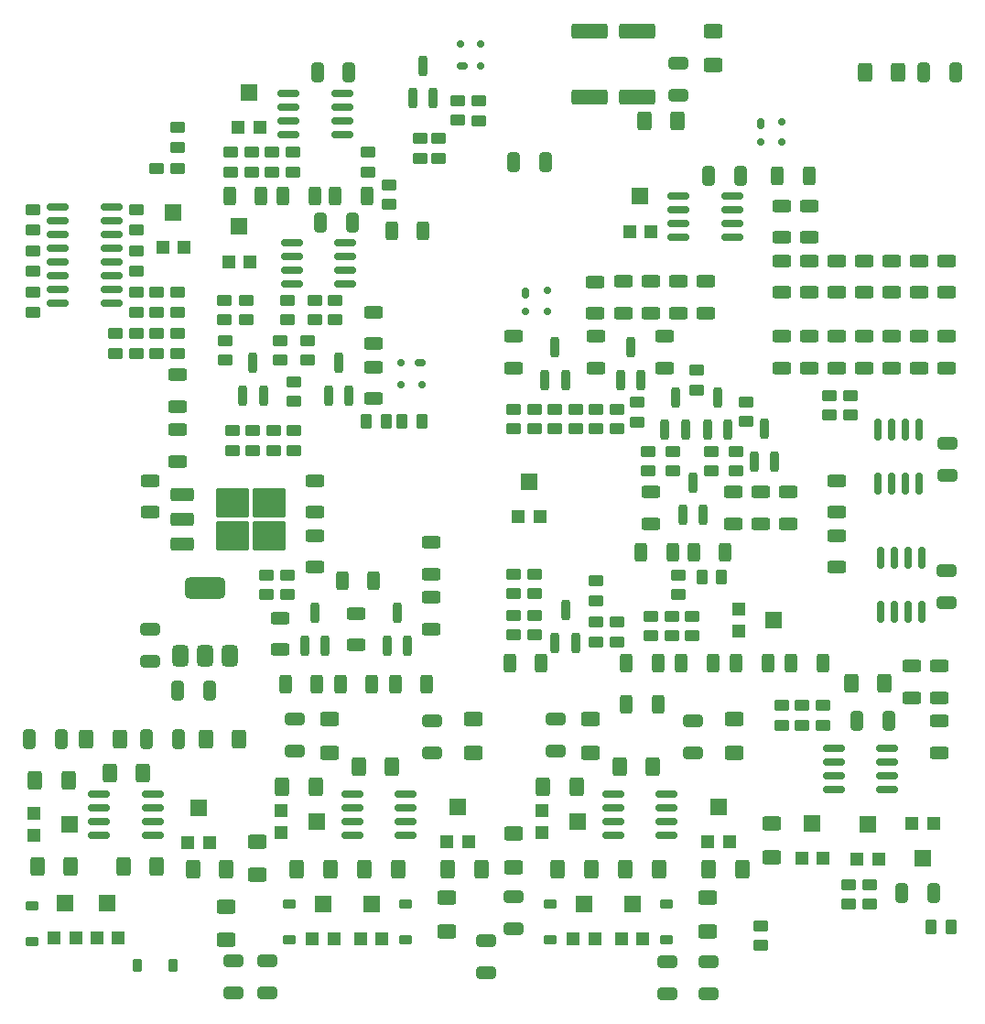
<source format=gtp>
G04 #@! TF.GenerationSoftware,KiCad,Pcbnew,9.0.1*
G04 #@! TF.CreationDate,2025-09-16T21:45:55+03:00*
G04 #@! TF.ProjectId,v1,76312e6b-6963-4616-945f-706362585858,rev?*
G04 #@! TF.SameCoordinates,Original*
G04 #@! TF.FileFunction,Paste,Top*
G04 #@! TF.FilePolarity,Positive*
%FSLAX46Y46*%
G04 Gerber Fmt 4.6, Leading zero omitted, Abs format (unit mm)*
G04 Created by KiCad (PCBNEW 9.0.1) date 2025-09-16 21:45:55*
%MOMM*%
%LPD*%
G01*
G04 APERTURE LIST*
G04 Aperture macros list*
%AMRoundRect*
0 Rectangle with rounded corners*
0 $1 Rounding radius*
0 $2 $3 $4 $5 $6 $7 $8 $9 X,Y pos of 4 corners*
0 Add a 4 corners polygon primitive as box body*
4,1,4,$2,$3,$4,$5,$6,$7,$8,$9,$2,$3,0*
0 Add four circle primitives for the rounded corners*
1,1,$1+$1,$2,$3*
1,1,$1+$1,$4,$5*
1,1,$1+$1,$6,$7*
1,1,$1+$1,$8,$9*
0 Add four rect primitives between the rounded corners*
20,1,$1+$1,$2,$3,$4,$5,0*
20,1,$1+$1,$4,$5,$6,$7,0*
20,1,$1+$1,$6,$7,$8,$9,0*
20,1,$1+$1,$8,$9,$2,$3,0*%
G04 Aperture macros list end*
%ADD10R,1.200000X1.200000*%
%ADD11R,1.600000X1.500000*%
%ADD12R,1.500000X1.600000*%
%ADD13RoundRect,0.250000X0.625000X-0.312500X0.625000X0.312500X-0.625000X0.312500X-0.625000X-0.312500X0*%
%ADD14RoundRect,0.250000X0.262500X0.450000X-0.262500X0.450000X-0.262500X-0.450000X0.262500X-0.450000X0*%
%ADD15RoundRect,0.250000X0.450000X-0.262500X0.450000X0.262500X-0.450000X0.262500X-0.450000X-0.262500X0*%
%ADD16RoundRect,0.250000X0.312500X0.625000X-0.312500X0.625000X-0.312500X-0.625000X0.312500X-0.625000X0*%
%ADD17RoundRect,0.250000X0.625000X-0.400000X0.625000X0.400000X-0.625000X0.400000X-0.625000X-0.400000X0*%
%ADD18RoundRect,0.150000X-0.200000X-0.150000X0.200000X-0.150000X0.200000X0.150000X-0.200000X0.150000X0*%
%ADD19RoundRect,0.175000X-0.175000X-0.325000X0.175000X-0.325000X0.175000X0.325000X-0.175000X0.325000X0*%
%ADD20RoundRect,0.200000X0.200000X-0.750000X0.200000X0.750000X-0.200000X0.750000X-0.200000X-0.750000X0*%
%ADD21RoundRect,0.150000X-0.150000X0.825000X-0.150000X-0.825000X0.150000X-0.825000X0.150000X0.825000X0*%
%ADD22RoundRect,0.150000X-0.825000X-0.150000X0.825000X-0.150000X0.825000X0.150000X-0.825000X0.150000X0*%
%ADD23RoundRect,0.250000X-0.400000X-0.625000X0.400000X-0.625000X0.400000X0.625000X-0.400000X0.625000X0*%
%ADD24RoundRect,0.250000X0.325000X0.650000X-0.325000X0.650000X-0.325000X-0.650000X0.325000X-0.650000X0*%
%ADD25RoundRect,0.250000X-0.650000X0.325000X-0.650000X-0.325000X0.650000X-0.325000X0.650000X0.325000X0*%
%ADD26RoundRect,0.250000X0.400000X0.625000X-0.400000X0.625000X-0.400000X-0.625000X0.400000X-0.625000X0*%
%ADD27RoundRect,0.249999X1.425001X-0.450001X1.425001X0.450001X-1.425001X0.450001X-1.425001X-0.450001X0*%
%ADD28RoundRect,0.225000X-0.375000X0.225000X-0.375000X-0.225000X0.375000X-0.225000X0.375000X0.225000X0*%
%ADD29RoundRect,0.250000X-0.312500X-0.625000X0.312500X-0.625000X0.312500X0.625000X-0.312500X0.625000X0*%
%ADD30RoundRect,0.375000X0.375000X-0.625000X0.375000X0.625000X-0.375000X0.625000X-0.375000X-0.625000X0*%
%ADD31RoundRect,0.500000X1.400000X-0.500000X1.400000X0.500000X-1.400000X0.500000X-1.400000X-0.500000X0*%
%ADD32RoundRect,0.225000X0.225000X0.375000X-0.225000X0.375000X-0.225000X-0.375000X0.225000X-0.375000X0*%
%ADD33RoundRect,0.250000X-0.625000X0.312500X-0.625000X-0.312500X0.625000X-0.312500X0.625000X0.312500X0*%
%ADD34RoundRect,0.175000X-0.325000X0.175000X-0.325000X-0.175000X0.325000X-0.175000X0.325000X0.175000X0*%
%ADD35RoundRect,0.150000X-0.150000X0.200000X-0.150000X-0.200000X0.150000X-0.200000X0.150000X0.200000X0*%
%ADD36RoundRect,0.250000X-1.275000X-1.125000X1.275000X-1.125000X1.275000X1.125000X-1.275000X1.125000X0*%
%ADD37RoundRect,0.250000X-0.850000X-0.350000X0.850000X-0.350000X0.850000X0.350000X-0.850000X0.350000X0*%
%ADD38RoundRect,0.250000X-0.625000X0.400000X-0.625000X-0.400000X0.625000X-0.400000X0.625000X0.400000X0*%
%ADD39RoundRect,0.175000X0.325000X-0.175000X0.325000X0.175000X-0.325000X0.175000X-0.325000X-0.175000X0*%
%ADD40RoundRect,0.150000X0.150000X-0.200000X0.150000X0.200000X-0.150000X0.200000X-0.150000X-0.200000X0*%
%ADD41RoundRect,0.250000X-0.325000X-0.650000X0.325000X-0.650000X0.325000X0.650000X-0.325000X0.650000X0*%
%ADD42RoundRect,0.250000X0.650000X-0.325000X0.650000X0.325000X-0.650000X0.325000X-0.650000X-0.325000X0*%
G04 APERTURE END LIST*
D10*
X144653000Y-95046800D03*
D11*
X143653000Y-91796800D03*
D10*
X142653000Y-95046800D03*
X109744000Y-70127600D03*
D11*
X110744000Y-66877600D03*
D10*
X111744000Y-70127600D03*
X162993600Y-103597200D03*
D12*
X166243600Y-104597200D03*
D10*
X162993600Y-105597200D03*
D13*
X129230381Y-79019098D03*
X129230381Y-76094098D03*
X129230381Y-84099098D03*
X129230381Y-81174098D03*
D14*
X133731000Y-86233000D03*
X131906000Y-86233000D03*
D15*
X128778000Y-63166000D03*
X128778000Y-61341000D03*
D16*
X128651000Y-65405000D03*
X125726000Y-65405000D03*
X123825000Y-65405000D03*
X120900000Y-65405000D03*
X118872000Y-65405000D03*
X115947000Y-65405000D03*
D15*
X133604000Y-61872500D03*
X133604000Y-60047500D03*
D14*
X182673000Y-132917144D03*
X180848000Y-132917144D03*
D15*
X165100000Y-134667000D03*
X165100000Y-132842000D03*
X175133000Y-130857000D03*
X175133000Y-129032000D03*
X173228000Y-130857000D03*
X173228000Y-129032000D03*
D17*
X118491000Y-128143000D03*
X118491000Y-125043000D03*
X166116000Y-126492000D03*
X166116000Y-123392000D03*
X142240000Y-127431800D03*
X142240000Y-124331800D03*
D13*
X149783800Y-76250800D03*
X149783800Y-73325800D03*
D18*
X145322800Y-74118300D03*
X145322800Y-76018300D03*
X143322800Y-76018300D03*
D19*
X143322800Y-74318300D03*
D15*
X163703000Y-86233000D03*
X163703000Y-84408000D03*
X159131000Y-83312000D03*
X159131000Y-81487000D03*
X162814000Y-90805000D03*
X162814000Y-88980000D03*
X160528000Y-90805000D03*
X160528000Y-88980000D03*
X156972000Y-90805000D03*
X156972000Y-88980000D03*
X154686000Y-90805000D03*
X154686000Y-88980000D03*
D20*
X161072300Y-83996400D03*
X162022300Y-86996400D03*
X160122300Y-86996400D03*
X164470000Y-89892000D03*
X166370000Y-89892000D03*
X165420000Y-86892000D03*
X157866000Y-94869000D03*
X159766000Y-94869000D03*
X158816000Y-91869000D03*
X156210000Y-86969600D03*
X158110000Y-86969600D03*
X157160000Y-83969600D03*
D21*
X179705000Y-91945000D03*
X178435000Y-91945000D03*
X177165000Y-91945000D03*
X175895000Y-91945000D03*
X175895000Y-86995000D03*
X177165000Y-86995000D03*
X178435000Y-86995000D03*
X179705000Y-86995000D03*
D13*
X111125000Y-84840000D03*
X111125000Y-81915000D03*
X111125000Y-89920000D03*
X111125000Y-86995000D03*
D22*
X126648000Y-69732001D03*
X126648000Y-71002001D03*
X126648000Y-72272001D03*
X126648000Y-73542001D03*
X121698000Y-73542001D03*
X121698000Y-72272001D03*
X121698000Y-71002001D03*
X121698000Y-69732001D03*
D23*
X154305000Y-58420000D03*
X157405000Y-58420000D03*
D15*
X170815000Y-112475000D03*
D13*
X181610000Y-116840000D03*
X181610000Y-113915000D03*
D15*
X118110000Y-88900000D03*
X118110000Y-87075000D03*
D10*
X120725000Y-122190000D03*
D12*
X123975000Y-123190000D03*
D10*
X120725000Y-124190000D03*
D13*
X169545000Y-69215000D03*
X169545000Y-66290000D03*
X179705000Y-74295000D03*
X179705000Y-71370000D03*
D20*
X145100000Y-82375000D03*
X147000000Y-82375000D03*
X146050000Y-79375000D03*
D22*
X121415000Y-55880000D03*
X121415000Y-57150000D03*
X121415000Y-58420000D03*
X121415000Y-59690000D03*
X126365000Y-59690000D03*
X126365000Y-58420000D03*
X126365000Y-57150000D03*
X126365000Y-55880000D03*
D10*
X115840000Y-71449000D03*
D11*
X116840000Y-68199000D03*
D10*
X117840000Y-71449000D03*
D15*
X156845000Y-106045000D03*
X168910000Y-112475000D03*
X120015000Y-88900000D03*
X120015000Y-87075000D03*
X111125000Y-79930000D03*
X111125000Y-78105000D03*
X144145000Y-105965000D03*
X144145000Y-104140000D03*
D13*
X123825000Y-94615000D03*
X123825000Y-91690000D03*
D10*
X136040000Y-125095000D03*
D11*
X137040000Y-121845000D03*
D10*
X138040000Y-125095000D03*
D13*
X182245000Y-74295000D03*
X182245000Y-71370000D03*
D15*
X130683000Y-66167000D03*
X130683000Y-64342000D03*
D13*
X172085000Y-81280000D03*
X172085000Y-78355000D03*
X142240000Y-81280000D03*
X142240000Y-78355000D03*
D10*
X103648000Y-133985000D03*
D11*
X104648000Y-130735000D03*
D10*
X105648000Y-133985000D03*
D22*
X157480000Y-65405000D03*
X157480000Y-66675000D03*
X157480000Y-67945000D03*
X157480000Y-69215000D03*
X162430000Y-69215000D03*
X162430000Y-67945000D03*
X162430000Y-66675000D03*
X162430000Y-65405000D03*
X151410000Y-120650000D03*
X151410000Y-121920000D03*
X151410000Y-123190000D03*
X151410000Y-124460000D03*
X156360000Y-124460000D03*
X156360000Y-123190000D03*
X156360000Y-121920000D03*
X156360000Y-120650000D03*
D24*
X181047004Y-129800144D03*
X178097004Y-129800144D03*
D15*
X107315000Y-68500000D03*
X107315000Y-66675000D03*
D25*
X156394438Y-136139007D03*
X156394438Y-139089007D03*
D13*
X169545000Y-74295000D03*
X169545000Y-71370000D03*
D26*
X149375000Y-127635000D03*
X146275000Y-127635000D03*
D15*
X170815000Y-114300000D03*
D13*
X134620000Y-100330000D03*
X134620000Y-97405000D03*
D27*
X149225000Y-56265000D03*
X149225000Y-50165000D03*
D23*
X144930000Y-120015000D03*
X148030000Y-120015000D03*
D15*
X125730000Y-76835000D03*
X125730000Y-75010000D03*
D13*
X179705000Y-81280000D03*
X179705000Y-78355000D03*
D15*
X121920000Y-88900000D03*
X121920000Y-87075000D03*
D13*
X182245000Y-81280000D03*
X182245000Y-78355000D03*
D14*
X159617400Y-100584000D03*
D26*
X130960000Y-118110000D03*
X127860000Y-118110000D03*
D10*
X128055000Y-134060000D03*
D11*
X129055000Y-130810000D03*
D10*
X130055000Y-134060000D03*
D26*
X105765000Y-115570000D03*
X102665000Y-115570000D03*
D13*
X172085000Y-74295000D03*
X172085000Y-71370000D03*
D20*
X125095000Y-83820000D03*
X126995000Y-83820000D03*
X126045000Y-80820000D03*
D13*
X169545000Y-81280000D03*
X169545000Y-78355000D03*
D15*
X107315000Y-79930000D03*
X107315000Y-78105000D03*
D17*
X162635000Y-116840000D03*
X162635000Y-113740000D03*
D13*
X177165000Y-81280000D03*
X177165000Y-78355000D03*
D23*
X128420000Y-127635000D03*
X131520000Y-127635000D03*
D15*
X123190000Y-80565000D03*
X123190000Y-78740000D03*
D25*
X139700000Y-134210000D03*
X139700000Y-137160000D03*
D15*
X120650000Y-80565000D03*
X120650000Y-78740000D03*
X142240000Y-102155000D03*
X142240000Y-100330000D03*
X117475000Y-76835000D03*
X117475000Y-75010000D03*
X109220000Y-62865000D03*
D24*
X127283000Y-67827001D03*
X124333000Y-67827001D03*
D10*
X144855000Y-122190000D03*
D12*
X148105000Y-123190000D03*
D10*
X144855000Y-124190000D03*
D16*
X155575000Y-112395000D03*
X152650000Y-112395000D03*
D15*
X116205000Y-88900000D03*
X116205000Y-87075000D03*
D24*
X111200000Y-115570000D03*
X108250000Y-115570000D03*
D15*
X111125000Y-62865000D03*
D28*
X121435000Y-130810000D03*
X121435000Y-134110000D03*
D15*
X121285000Y-76835000D03*
X121285000Y-75010000D03*
D29*
X126365000Y-100965000D03*
X129290000Y-100965000D03*
D10*
X152185000Y-134060000D03*
D11*
X153185000Y-130810000D03*
D10*
X154185000Y-134060000D03*
D13*
X172085000Y-94615000D03*
X172085000Y-91690000D03*
X134620000Y-105410000D03*
X134620000Y-102485000D03*
D24*
X176940000Y-113925144D03*
X173990000Y-113925144D03*
D13*
X181610000Y-111760000D03*
X181610000Y-108835000D03*
D15*
X123825000Y-76835000D03*
X123825000Y-75010000D03*
X168910000Y-114300000D03*
X97790000Y-76120000D03*
X97790000Y-74295000D03*
D30*
X111365000Y-107900000D03*
X113665000Y-107900000D03*
D31*
X113665000Y-101600000D03*
D30*
X115965000Y-107900000D03*
D13*
X167005000Y-74295000D03*
X167005000Y-71370000D03*
D15*
X111125000Y-59055000D03*
D32*
X110690000Y-136525000D03*
X107390000Y-136525000D03*
D15*
X116078000Y-63166000D03*
X116078000Y-61341000D03*
D27*
X153670000Y-56265000D03*
X153670000Y-50165000D03*
D13*
X167005000Y-69215000D03*
X167005000Y-66290000D03*
D15*
X121285000Y-102235000D03*
X121285000Y-100410000D03*
D22*
X100079000Y-66421000D03*
X100079000Y-67691000D03*
X100079000Y-68961000D03*
X100079000Y-70231000D03*
X100079000Y-71501000D03*
X100079000Y-72771000D03*
X100079000Y-74041000D03*
X100079000Y-75311000D03*
X105029000Y-75311000D03*
X105029000Y-74041000D03*
X105029000Y-72771000D03*
X105029000Y-71501000D03*
X105029000Y-70231000D03*
X105029000Y-68961000D03*
X105029000Y-67691000D03*
X105029000Y-66421000D03*
D16*
X155575000Y-108585000D03*
X152650000Y-108585000D03*
D13*
X152400000Y-76200000D03*
X152400000Y-73275000D03*
X120650000Y-107315000D03*
X120650000Y-104390000D03*
D10*
X181077004Y-123375144D03*
D11*
X180077004Y-126625144D03*
D10*
X179077004Y-123375144D03*
D19*
X165036500Y-58688500D03*
D18*
X165036500Y-60388500D03*
X167036500Y-60388500D03*
X167036500Y-58488500D03*
D17*
X138505000Y-116840000D03*
X138505000Y-113740000D03*
D25*
X158825000Y-113890000D03*
X158825000Y-116840000D03*
D23*
X173430000Y-110439200D03*
X176530000Y-110439200D03*
X160245000Y-127635000D03*
X163345000Y-127635000D03*
D10*
X168842004Y-126625144D03*
D11*
X169842004Y-123375144D03*
D10*
X170842004Y-126625144D03*
D15*
X117983000Y-63166000D03*
X117983000Y-61341000D03*
X167005000Y-114300000D03*
D16*
X129097500Y-110490000D03*
X126172500Y-110490000D03*
D23*
X106120000Y-127381000D03*
X109220000Y-127381000D03*
D22*
X171822004Y-116465144D03*
X171822004Y-117735144D03*
X171822004Y-119005144D03*
X171822004Y-120275144D03*
X176772004Y-120275144D03*
X176772004Y-119005144D03*
X176772004Y-117735144D03*
X176772004Y-116465144D03*
D15*
X119380000Y-102235000D03*
X119380000Y-100410000D03*
X115443000Y-76835000D03*
X115443000Y-75010000D03*
X157480000Y-100410000D03*
X154940000Y-104220000D03*
D23*
X152550000Y-127635000D03*
X155650000Y-127635000D03*
D20*
X130495000Y-106910000D03*
X132395000Y-106910000D03*
X131445000Y-103910000D03*
D15*
X138988800Y-58420000D03*
X138988800Y-56595000D03*
X158750000Y-104220000D03*
D26*
X155090000Y-118110000D03*
X151990000Y-118110000D03*
D13*
X172085000Y-99695000D03*
X172085000Y-96770000D03*
D15*
X149860000Y-106600000D03*
X149860000Y-104775000D03*
X107315000Y-72310000D03*
X107315000Y-70485000D03*
D28*
X156360000Y-130810000D03*
X156360000Y-134110000D03*
D15*
X107315000Y-76120000D03*
X107315000Y-74295000D03*
X97790000Y-72310000D03*
X97790000Y-70485000D03*
X144145000Y-102155000D03*
X144145000Y-100330000D03*
D25*
X116280000Y-136060000D03*
X116280000Y-139010000D03*
D33*
X127635000Y-103947500D03*
X127635000Y-106872500D03*
D15*
X135255000Y-61872500D03*
X135255000Y-60047500D03*
D13*
X154940000Y-76200000D03*
X154940000Y-73275000D03*
X162504381Y-95656098D03*
X162504381Y-92731098D03*
X149860000Y-81280000D03*
X149860000Y-78355000D03*
D15*
X173355000Y-85645000D03*
X173355000Y-83820000D03*
D10*
X173997004Y-126700144D03*
D11*
X174997004Y-123450144D03*
D10*
X175997004Y-126700144D03*
D15*
X111125000Y-76120000D03*
X111125000Y-74295000D03*
D16*
X169545000Y-63500000D03*
X166620000Y-63500000D03*
D15*
X153670000Y-86280000D03*
X153670000Y-84455000D03*
D28*
X97663000Y-130987800D03*
X97663000Y-134287800D03*
D10*
X147740000Y-134060000D03*
D11*
X148740000Y-130810000D03*
D10*
X149740000Y-134060000D03*
D15*
X115570000Y-80565000D03*
X115570000Y-78740000D03*
D23*
X97940000Y-119380000D03*
X101040000Y-119380000D03*
D17*
X115645000Y-134155000D03*
X115645000Y-131055000D03*
D20*
X122875000Y-106910000D03*
X124775000Y-106910000D03*
X123825000Y-103910000D03*
D24*
X114075000Y-111125000D03*
X111125000Y-111125000D03*
D10*
X99711000Y-133985000D03*
D11*
X100711000Y-130735000D03*
D10*
X101711000Y-133985000D03*
D26*
X116840000Y-115570000D03*
X113740000Y-115570000D03*
D16*
X134177500Y-110490000D03*
X131252500Y-110490000D03*
D28*
X132230000Y-130810000D03*
X132230000Y-134110000D03*
D22*
X127280000Y-120650000D03*
X127280000Y-121920000D03*
X127280000Y-123190000D03*
X127280000Y-124460000D03*
X132230000Y-124460000D03*
X132230000Y-123190000D03*
X132230000Y-121920000D03*
X132230000Y-120650000D03*
D26*
X107950000Y-118745000D03*
X104850000Y-118745000D03*
D20*
X132893500Y-56338600D03*
X134793500Y-56338600D03*
X133843500Y-53338600D03*
D10*
X152922500Y-68655000D03*
D11*
X153922500Y-65405000D03*
D10*
X154922500Y-68655000D03*
D25*
X108585000Y-105410000D03*
X108585000Y-108360000D03*
D15*
X154940000Y-106045000D03*
X149860000Y-86915000D03*
X149860000Y-85090000D03*
D16*
X133832600Y-68580000D03*
X130907600Y-68580000D03*
D21*
X179936822Y-98855000D03*
X178666822Y-98855000D03*
X177396822Y-98855000D03*
X176126822Y-98855000D03*
X176126822Y-103805000D03*
X177396822Y-103805000D03*
X178666822Y-103805000D03*
X179936822Y-103805000D03*
D34*
X133531000Y-80804000D03*
D35*
X131831000Y-80804000D03*
X131831000Y-82804000D03*
X133731000Y-82804000D03*
D25*
X146125000Y-113740000D03*
X146125000Y-116690000D03*
D28*
X145565000Y-130810000D03*
X145565000Y-134110000D03*
D26*
X125245000Y-127635000D03*
X122145000Y-127635000D03*
D15*
X142240000Y-86915000D03*
X142240000Y-85090000D03*
D25*
X119455000Y-136060000D03*
X119455000Y-139010000D03*
D17*
X136040000Y-133350000D03*
X136040000Y-130250000D03*
D15*
X119888000Y-63166000D03*
X119888000Y-61341000D03*
D13*
X154884381Y-95656098D03*
X154884381Y-92731098D03*
D15*
X137007600Y-58394600D03*
X137007600Y-56569600D03*
X146050000Y-86915000D03*
X146050000Y-85090000D03*
X97790000Y-68500000D03*
X97790000Y-66675000D03*
D25*
X160204438Y-136139007D03*
X160204438Y-139089007D03*
D10*
X160170000Y-125095000D03*
D11*
X161170000Y-121845000D03*
D10*
X162170000Y-125095000D03*
D15*
X109220000Y-76120000D03*
X109220000Y-74295000D03*
D22*
X103880000Y-120650000D03*
X103880000Y-121920000D03*
X103880000Y-123190000D03*
X103880000Y-124460000D03*
X108830000Y-124460000D03*
X108830000Y-123190000D03*
X108830000Y-121920000D03*
X108830000Y-120650000D03*
D10*
X112105000Y-125170000D03*
D11*
X113105000Y-121920000D03*
D10*
X114105000Y-125170000D03*
D16*
X144780000Y-108585000D03*
X141855000Y-108585000D03*
D15*
X147955000Y-86915000D03*
X147955000Y-85090000D03*
D14*
X130399800Y-86233000D03*
X128574800Y-86233000D03*
D15*
X151765000Y-106600000D03*
X151765000Y-104775000D03*
X151765000Y-86915000D03*
X151765000Y-85090000D03*
D20*
X146055000Y-106680000D03*
X147955000Y-106680000D03*
X147005000Y-103680000D03*
D23*
X112545000Y-127635000D03*
X115645000Y-127635000D03*
D15*
X105410000Y-79930000D03*
X105410000Y-78105000D03*
D13*
X156210000Y-81280000D03*
X156210000Y-78355000D03*
D10*
X116745000Y-59055000D03*
D11*
X117745000Y-55805000D03*
D10*
X118745000Y-59055000D03*
D20*
X152085000Y-82375000D03*
X153985000Y-82375000D03*
X153035000Y-79375000D03*
D17*
X125170000Y-116840000D03*
X125170000Y-113740000D03*
D16*
X160655000Y-108585000D03*
X157730000Y-108585000D03*
D15*
X167005000Y-112475000D03*
D36*
X116223600Y-93721300D03*
X116223600Y-96771300D03*
X119573600Y-93721300D03*
X119573600Y-96771300D03*
D37*
X111598600Y-92966300D03*
X111598600Y-95246300D03*
X111598600Y-97526300D03*
D13*
X123825000Y-99695000D03*
X123825000Y-96770000D03*
D38*
X160655000Y-50165000D03*
X160655000Y-53265000D03*
D16*
X161798000Y-98298000D03*
X158873000Y-98298000D03*
D15*
X111125000Y-60880000D03*
D23*
X174700000Y-53975000D03*
X177800000Y-53975000D03*
D15*
X156845000Y-104220000D03*
X149860000Y-102790000D03*
X149860000Y-100965000D03*
X158750000Y-106045000D03*
D13*
X108585000Y-94619000D03*
X108585000Y-91694000D03*
X160020000Y-76200000D03*
X160020000Y-73275000D03*
X174625000Y-74295000D03*
X174625000Y-71370000D03*
D14*
X161442400Y-100584000D03*
D10*
X123610000Y-134060000D03*
D11*
X124610000Y-130810000D03*
D10*
X125610000Y-134060000D03*
D39*
X137481590Y-53319419D03*
D40*
X139181590Y-53319419D03*
X139181590Y-51319419D03*
X137281590Y-51319419D03*
D15*
X109220000Y-79930000D03*
X109220000Y-78105000D03*
X157480000Y-102235000D03*
D24*
X127000000Y-53975000D03*
X124050000Y-53975000D03*
D15*
X121793000Y-63166000D03*
X121793000Y-61341000D03*
X144145000Y-86915000D03*
X144145000Y-85090000D03*
D13*
X179070000Y-111760000D03*
X179070000Y-108835000D03*
X177165000Y-74295000D03*
X177165000Y-71370000D03*
D41*
X180135000Y-53975000D03*
X183085000Y-53975000D03*
D23*
X120800000Y-120015000D03*
X123900000Y-120015000D03*
D16*
X165735000Y-108585000D03*
X162810000Y-108585000D03*
D42*
X157480000Y-56085000D03*
X157480000Y-53135000D03*
D20*
X117160000Y-83820000D03*
X119060000Y-83820000D03*
X118110000Y-80820000D03*
D15*
X142240000Y-105965000D03*
X142240000Y-104140000D03*
D24*
X163195000Y-63500000D03*
X160245000Y-63500000D03*
D13*
X167005000Y-81280000D03*
X167005000Y-78355000D03*
D42*
X182372000Y-91215000D03*
X182372000Y-88265000D03*
D23*
X136115000Y-127635000D03*
X139215000Y-127635000D03*
D17*
X149300000Y-116840000D03*
X149300000Y-113740000D03*
D25*
X134695000Y-113890000D03*
X134695000Y-116840000D03*
D13*
X174625000Y-81280000D03*
X174625000Y-78355000D03*
D15*
X121920000Y-84375000D03*
X121920000Y-82550000D03*
D16*
X156921200Y-98298000D03*
X153996200Y-98298000D03*
D17*
X160170000Y-133350000D03*
X160170000Y-130250000D03*
D42*
X182251822Y-102948000D03*
X182251822Y-99998000D03*
D26*
X101269800Y-127381000D03*
X98169800Y-127381000D03*
D13*
X157480000Y-76200000D03*
X157480000Y-73275000D03*
D25*
X121995000Y-113740000D03*
X121995000Y-116690000D03*
D24*
X145190000Y-62230000D03*
X142240000Y-62230000D03*
D10*
X97865000Y-122460000D03*
D12*
X101115000Y-123460000D03*
D10*
X97865000Y-124460000D03*
D16*
X124017500Y-110490000D03*
X121092500Y-110490000D03*
D15*
X171450000Y-85645000D03*
X171450000Y-83820000D03*
D16*
X170815000Y-108585000D03*
X167890000Y-108585000D03*
D24*
X100405000Y-115570000D03*
X97455000Y-115570000D03*
D25*
X142240000Y-130175000D03*
X142240000Y-133125000D03*
D13*
X165044381Y-95656098D03*
X165044381Y-92731098D03*
X167584381Y-95656098D03*
X167584381Y-92731098D03*
M02*

</source>
